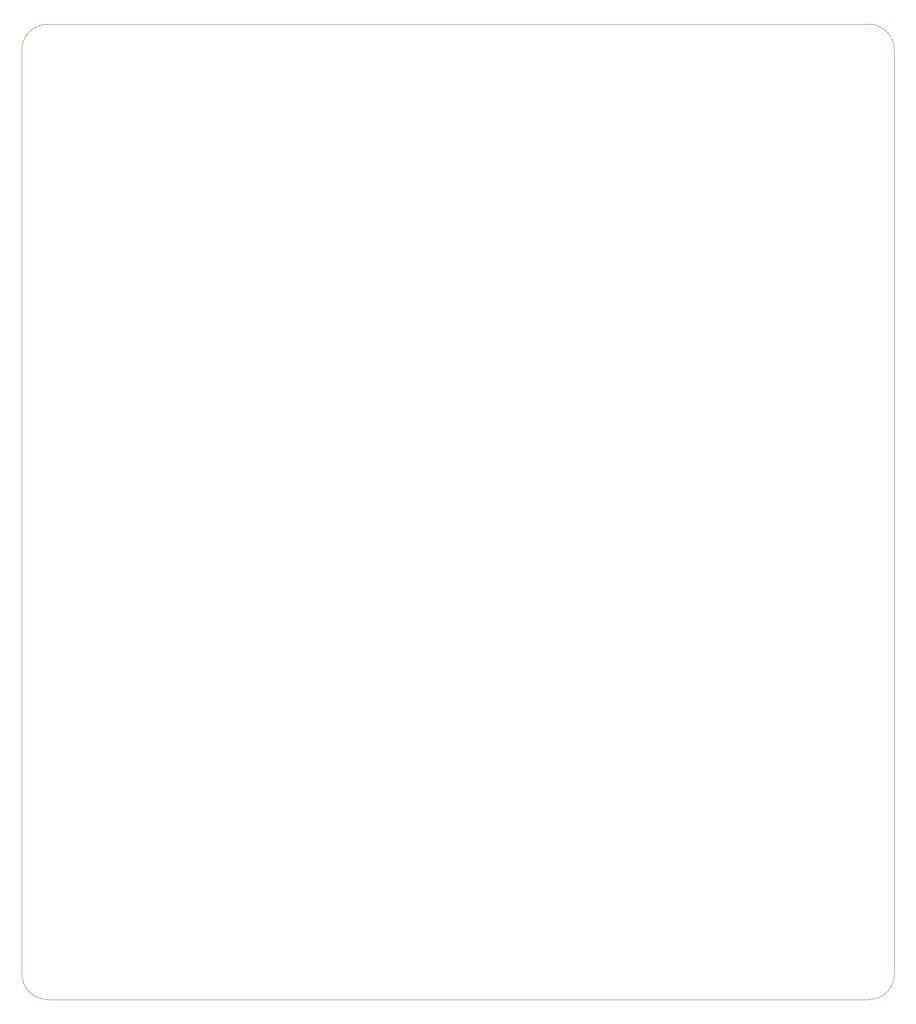
<source format=gbr>
%TF.GenerationSoftware,Altium Limited,Altium Designer,25.5.2 (35)*%
G04 Layer_Color=0*
%FSLAX45Y45*%
%MOMM*%
%TF.SameCoordinates,6948D1F0-C69E-42BD-806E-39CAA59B2E28*%
%TF.FilePolarity,Positive*%
%TF.FileFunction,Profile,NP*%
%TF.Part,Single*%
G01*
G75*
%TA.AperFunction,Profile*%
%ADD33C,0.02540*%
D33*
X-16500000Y-5500000D02*
Y12500000D01*
D02*
G02*
X-16000000Y13000000I500000J0D01*
G01*
X0D01*
D02*
G02*
X500000Y12500000I0J-500000D01*
G01*
Y-5500000D01*
D02*
G02*
X0Y-6000000I-500000J0D01*
G01*
X-16000000D01*
D02*
G02*
X-16500000Y-5500000I0J500000D01*
G01*
%TF.MD5,4eeadaa89ba9933b36c2d2f38db874ea*%
M02*

</source>
